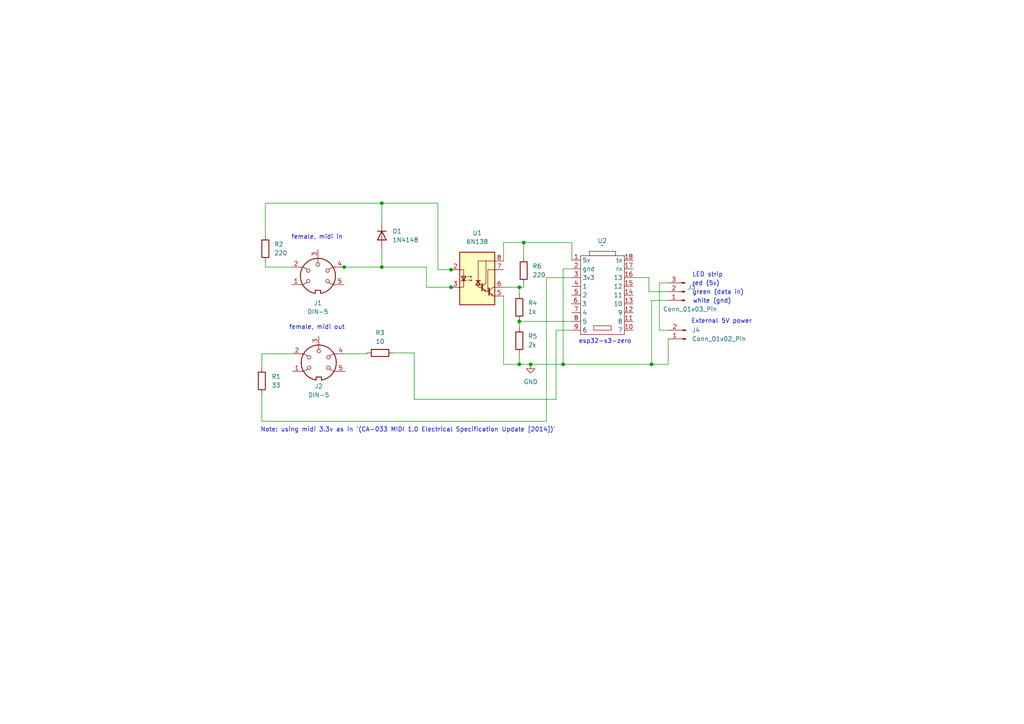
<source format=kicad_sch>
(kicad_sch
	(version 20231120)
	(generator "eeschema")
	(generator_version "8.0")
	(uuid "8a14e694-4b04-4543-8a2f-807a960a5ab9")
	(paper "A4")
	(lib_symbols
		(symbol "Connector:Conn_01x02_Pin"
			(pin_names
				(offset 1.016) hide)
			(exclude_from_sim no)
			(in_bom yes)
			(on_board yes)
			(property "Reference" "J"
				(at 0 2.54 0)
				(effects
					(font
						(size 1.27 1.27)
					)
				)
			)
			(property "Value" "Conn_01x02_Pin"
				(at 0 -5.08 0)
				(effects
					(font
						(size 1.27 1.27)
					)
				)
			)
			(property "Footprint" ""
				(at 0 0 0)
				(effects
					(font
						(size 1.27 1.27)
					)
					(hide yes)
				)
			)
			(property "Datasheet" "~"
				(at 0 0 0)
				(effects
					(font
						(size 1.27 1.27)
					)
					(hide yes)
				)
			)
			(property "Description" "Generic connector, single row, 01x02, script generated"
				(at 0 0 0)
				(effects
					(font
						(size 1.27 1.27)
					)
					(hide yes)
				)
			)
			(property "ki_locked" ""
				(at 0 0 0)
				(effects
					(font
						(size 1.27 1.27)
					)
				)
			)
			(property "ki_keywords" "connector"
				(at 0 0 0)
				(effects
					(font
						(size 1.27 1.27)
					)
					(hide yes)
				)
			)
			(property "ki_fp_filters" "Connector*:*_1x??_*"
				(at 0 0 0)
				(effects
					(font
						(size 1.27 1.27)
					)
					(hide yes)
				)
			)
			(symbol "Conn_01x02_Pin_1_1"
				(polyline
					(pts
						(xy 1.27 -2.54) (xy 0.8636 -2.54)
					)
					(stroke
						(width 0.1524)
						(type default)
					)
					(fill
						(type none)
					)
				)
				(polyline
					(pts
						(xy 1.27 0) (xy 0.8636 0)
					)
					(stroke
						(width 0.1524)
						(type default)
					)
					(fill
						(type none)
					)
				)
				(rectangle
					(start 0.8636 -2.413)
					(end 0 -2.667)
					(stroke
						(width 0.1524)
						(type default)
					)
					(fill
						(type outline)
					)
				)
				(rectangle
					(start 0.8636 0.127)
					(end 0 -0.127)
					(stroke
						(width 0.1524)
						(type default)
					)
					(fill
						(type outline)
					)
				)
				(pin passive line
					(at 5.08 0 180)
					(length 3.81)
					(name "Pin_1"
						(effects
							(font
								(size 1.27 1.27)
							)
						)
					)
					(number "1"
						(effects
							(font
								(size 1.27 1.27)
							)
						)
					)
				)
				(pin passive line
					(at 5.08 -2.54 180)
					(length 3.81)
					(name "Pin_2"
						(effects
							(font
								(size 1.27 1.27)
							)
						)
					)
					(number "2"
						(effects
							(font
								(size 1.27 1.27)
							)
						)
					)
				)
			)
		)
		(symbol "Connector:Conn_01x03_Pin"
			(pin_names
				(offset 1.016) hide)
			(exclude_from_sim no)
			(in_bom yes)
			(on_board yes)
			(property "Reference" "J"
				(at 0 5.08 0)
				(effects
					(font
						(size 1.27 1.27)
					)
				)
			)
			(property "Value" "Conn_01x03_Pin"
				(at 0 -5.08 0)
				(effects
					(font
						(size 1.27 1.27)
					)
				)
			)
			(property "Footprint" ""
				(at 0 0 0)
				(effects
					(font
						(size 1.27 1.27)
					)
					(hide yes)
				)
			)
			(property "Datasheet" "~"
				(at 0 0 0)
				(effects
					(font
						(size 1.27 1.27)
					)
					(hide yes)
				)
			)
			(property "Description" "Generic connector, single row, 01x03, script generated"
				(at 0 0 0)
				(effects
					(font
						(size 1.27 1.27)
					)
					(hide yes)
				)
			)
			(property "ki_locked" ""
				(at 0 0 0)
				(effects
					(font
						(size 1.27 1.27)
					)
				)
			)
			(property "ki_keywords" "connector"
				(at 0 0 0)
				(effects
					(font
						(size 1.27 1.27)
					)
					(hide yes)
				)
			)
			(property "ki_fp_filters" "Connector*:*_1x??_*"
				(at 0 0 0)
				(effects
					(font
						(size 1.27 1.27)
					)
					(hide yes)
				)
			)
			(symbol "Conn_01x03_Pin_1_1"
				(polyline
					(pts
						(xy 1.27 -2.54) (xy 0.8636 -2.54)
					)
					(stroke
						(width 0.1524)
						(type default)
					)
					(fill
						(type none)
					)
				)
				(polyline
					(pts
						(xy 1.27 0) (xy 0.8636 0)
					)
					(stroke
						(width 0.1524)
						(type default)
					)
					(fill
						(type none)
					)
				)
				(polyline
					(pts
						(xy 1.27 2.54) (xy 0.8636 2.54)
					)
					(stroke
						(width 0.1524)
						(type default)
					)
					(fill
						(type none)
					)
				)
				(rectangle
					(start 0.8636 -2.413)
					(end 0 -2.667)
					(stroke
						(width 0.1524)
						(type default)
					)
					(fill
						(type outline)
					)
				)
				(rectangle
					(start 0.8636 0.127)
					(end 0 -0.127)
					(stroke
						(width 0.1524)
						(type default)
					)
					(fill
						(type outline)
					)
				)
				(rectangle
					(start 0.8636 2.667)
					(end 0 2.413)
					(stroke
						(width 0.1524)
						(type default)
					)
					(fill
						(type outline)
					)
				)
				(pin passive line
					(at 5.08 2.54 180)
					(length 3.81)
					(name "Pin_1"
						(effects
							(font
								(size 1.27 1.27)
							)
						)
					)
					(number "1"
						(effects
							(font
								(size 1.27 1.27)
							)
						)
					)
				)
				(pin passive line
					(at 5.08 0 180)
					(length 3.81)
					(name "Pin_2"
						(effects
							(font
								(size 1.27 1.27)
							)
						)
					)
					(number "2"
						(effects
							(font
								(size 1.27 1.27)
							)
						)
					)
				)
				(pin passive line
					(at 5.08 -2.54 180)
					(length 3.81)
					(name "Pin_3"
						(effects
							(font
								(size 1.27 1.27)
							)
						)
					)
					(number "3"
						(effects
							(font
								(size 1.27 1.27)
							)
						)
					)
				)
			)
		)
		(symbol "Connector:DIN-5"
			(pin_names
				(offset 1.016)
			)
			(exclude_from_sim no)
			(in_bom yes)
			(on_board yes)
			(property "Reference" "J"
				(at 3.175 5.715 0)
				(effects
					(font
						(size 1.27 1.27)
					)
				)
			)
			(property "Value" "DIN-5"
				(at 0 -6.35 0)
				(effects
					(font
						(size 1.27 1.27)
					)
				)
			)
			(property "Footprint" ""
				(at 0 0 0)
				(effects
					(font
						(size 1.27 1.27)
					)
					(hide yes)
				)
			)
			(property "Datasheet" "http://www.mouser.com/ds/2/18/40_c091_abd_e-75918.pdf"
				(at 0 0 0)
				(effects
					(font
						(size 1.27 1.27)
					)
					(hide yes)
				)
			)
			(property "Description" "5-pin DIN connector"
				(at 0 0 0)
				(effects
					(font
						(size 1.27 1.27)
					)
					(hide yes)
				)
			)
			(property "ki_keywords" "circular DIN connector"
				(at 0 0 0)
				(effects
					(font
						(size 1.27 1.27)
					)
					(hide yes)
				)
			)
			(property "ki_fp_filters" "DIN*"
				(at 0 0 0)
				(effects
					(font
						(size 1.27 1.27)
					)
					(hide yes)
				)
			)
			(symbol "DIN-5_0_1"
				(arc
					(start -5.08 0)
					(mid -3.8609 -3.3364)
					(end -0.762 -5.08)
					(stroke
						(width 0.254)
						(type default)
					)
					(fill
						(type none)
					)
				)
				(circle
					(center -2.794 -1.524)
					(radius 0.508)
					(stroke
						(width 0)
						(type default)
					)
					(fill
						(type none)
					)
				)
				(circle
					(center -2.794 1.524)
					(radius 0.508)
					(stroke
						(width 0)
						(type default)
					)
					(fill
						(type none)
					)
				)
				(polyline
					(pts
						(xy 0 5.08) (xy 0 3.81)
					)
					(stroke
						(width 0)
						(type default)
					)
					(fill
						(type none)
					)
				)
				(polyline
					(pts
						(xy -5.08 -2.54) (xy -4.318 -2.54) (xy -3.175 -1.905)
					)
					(stroke
						(width 0)
						(type default)
					)
					(fill
						(type none)
					)
				)
				(polyline
					(pts
						(xy -5.08 2.54) (xy -4.318 2.54) (xy -3.175 1.905)
					)
					(stroke
						(width 0)
						(type default)
					)
					(fill
						(type none)
					)
				)
				(polyline
					(pts
						(xy 5.08 -2.54) (xy 4.318 -2.54) (xy 3.175 -1.905)
					)
					(stroke
						(width 0)
						(type default)
					)
					(fill
						(type none)
					)
				)
				(polyline
					(pts
						(xy 5.08 2.54) (xy 4.318 2.54) (xy 3.175 1.905)
					)
					(stroke
						(width 0)
						(type default)
					)
					(fill
						(type none)
					)
				)
				(polyline
					(pts
						(xy -0.762 -4.953) (xy -0.762 -4.191) (xy 0.762 -4.191) (xy 0.762 -4.953)
					)
					(stroke
						(width 0.254)
						(type default)
					)
					(fill
						(type none)
					)
				)
				(circle
					(center 0 3.302)
					(radius 0.508)
					(stroke
						(width 0)
						(type default)
					)
					(fill
						(type none)
					)
				)
				(arc
					(start 0.762 -5.08)
					(mid 3.8685 -3.343)
					(end 5.08 0)
					(stroke
						(width 0.254)
						(type default)
					)
					(fill
						(type none)
					)
				)
				(circle
					(center 2.794 -1.524)
					(radius 0.508)
					(stroke
						(width 0)
						(type default)
					)
					(fill
						(type none)
					)
				)
				(circle
					(center 2.794 1.524)
					(radius 0.508)
					(stroke
						(width 0)
						(type default)
					)
					(fill
						(type none)
					)
				)
				(arc
					(start 5.08 0)
					(mid 0 5.0579)
					(end -5.08 0)
					(stroke
						(width 0.254)
						(type default)
					)
					(fill
						(type none)
					)
				)
			)
			(symbol "DIN-5_1_1"
				(pin passive line
					(at -7.62 -2.54 0)
					(length 2.54)
					(name "~"
						(effects
							(font
								(size 1.27 1.27)
							)
						)
					)
					(number "1"
						(effects
							(font
								(size 1.27 1.27)
							)
						)
					)
				)
				(pin passive line
					(at -7.62 2.54 0)
					(length 2.54)
					(name "~"
						(effects
							(font
								(size 1.27 1.27)
							)
						)
					)
					(number "2"
						(effects
							(font
								(size 1.27 1.27)
							)
						)
					)
				)
				(pin passive line
					(at 0 7.62 270)
					(length 2.54)
					(name "~"
						(effects
							(font
								(size 1.27 1.27)
							)
						)
					)
					(number "3"
						(effects
							(font
								(size 1.27 1.27)
							)
						)
					)
				)
				(pin passive line
					(at 7.62 2.54 180)
					(length 2.54)
					(name "~"
						(effects
							(font
								(size 1.27 1.27)
							)
						)
					)
					(number "4"
						(effects
							(font
								(size 1.27 1.27)
							)
						)
					)
				)
				(pin passive line
					(at 7.62 -2.54 180)
					(length 2.54)
					(name "~"
						(effects
							(font
								(size 1.27 1.27)
							)
						)
					)
					(number "5"
						(effects
							(font
								(size 1.27 1.27)
							)
						)
					)
				)
			)
		)
		(symbol "Device:R"
			(pin_numbers hide)
			(pin_names
				(offset 0)
			)
			(exclude_from_sim no)
			(in_bom yes)
			(on_board yes)
			(property "Reference" "R"
				(at 2.032 0 90)
				(effects
					(font
						(size 1.27 1.27)
					)
				)
			)
			(property "Value" "R"
				(at 0 0 90)
				(effects
					(font
						(size 1.27 1.27)
					)
				)
			)
			(property "Footprint" ""
				(at -1.778 0 90)
				(effects
					(font
						(size 1.27 1.27)
					)
					(hide yes)
				)
			)
			(property "Datasheet" "~"
				(at 0 0 0)
				(effects
					(font
						(size 1.27 1.27)
					)
					(hide yes)
				)
			)
			(property "Description" "Resistor"
				(at 0 0 0)
				(effects
					(font
						(size 1.27 1.27)
					)
					(hide yes)
				)
			)
			(property "ki_keywords" "R res resistor"
				(at 0 0 0)
				(effects
					(font
						(size 1.27 1.27)
					)
					(hide yes)
				)
			)
			(property "ki_fp_filters" "R_*"
				(at 0 0 0)
				(effects
					(font
						(size 1.27 1.27)
					)
					(hide yes)
				)
			)
			(symbol "R_0_1"
				(rectangle
					(start -1.016 -2.54)
					(end 1.016 2.54)
					(stroke
						(width 0.254)
						(type default)
					)
					(fill
						(type none)
					)
				)
			)
			(symbol "R_1_1"
				(pin passive line
					(at 0 3.81 270)
					(length 1.27)
					(name "~"
						(effects
							(font
								(size 1.27 1.27)
							)
						)
					)
					(number "1"
						(effects
							(font
								(size 1.27 1.27)
							)
						)
					)
				)
				(pin passive line
					(at 0 -3.81 90)
					(length 1.27)
					(name "~"
						(effects
							(font
								(size 1.27 1.27)
							)
						)
					)
					(number "2"
						(effects
							(font
								(size 1.27 1.27)
							)
						)
					)
				)
			)
		)
		(symbol "Diode:1N4148"
			(pin_numbers hide)
			(pin_names hide)
			(exclude_from_sim no)
			(in_bom yes)
			(on_board yes)
			(property "Reference" "D"
				(at 0 2.54 0)
				(effects
					(font
						(size 1.27 1.27)
					)
				)
			)
			(property "Value" "1N4148"
				(at 0 -2.54 0)
				(effects
					(font
						(size 1.27 1.27)
					)
				)
			)
			(property "Footprint" "Diode_THT:D_DO-35_SOD27_P7.62mm_Horizontal"
				(at 0 0 0)
				(effects
					(font
						(size 1.27 1.27)
					)
					(hide yes)
				)
			)
			(property "Datasheet" "https://assets.nexperia.com/documents/data-sheet/1N4148_1N4448.pdf"
				(at 0 0 0)
				(effects
					(font
						(size 1.27 1.27)
					)
					(hide yes)
				)
			)
			(property "Description" "100V 0.15A standard switching diode, DO-35"
				(at 0 0 0)
				(effects
					(font
						(size 1.27 1.27)
					)
					(hide yes)
				)
			)
			(property "Sim.Device" "D"
				(at 0 0 0)
				(effects
					(font
						(size 1.27 1.27)
					)
					(hide yes)
				)
			)
			(property "Sim.Pins" "1=K 2=A"
				(at 0 0 0)
				(effects
					(font
						(size 1.27 1.27)
					)
					(hide yes)
				)
			)
			(property "ki_keywords" "diode"
				(at 0 0 0)
				(effects
					(font
						(size 1.27 1.27)
					)
					(hide yes)
				)
			)
			(property "ki_fp_filters" "D*DO?35*"
				(at 0 0 0)
				(effects
					(font
						(size 1.27 1.27)
					)
					(hide yes)
				)
			)
			(symbol "1N4148_0_1"
				(polyline
					(pts
						(xy -1.27 1.27) (xy -1.27 -1.27)
					)
					(stroke
						(width 0.254)
						(type default)
					)
					(fill
						(type none)
					)
				)
				(polyline
					(pts
						(xy 1.27 0) (xy -1.27 0)
					)
					(stroke
						(width 0)
						(type default)
					)
					(fill
						(type none)
					)
				)
				(polyline
					(pts
						(xy 1.27 1.27) (xy 1.27 -1.27) (xy -1.27 0) (xy 1.27 1.27)
					)
					(stroke
						(width 0.254)
						(type default)
					)
					(fill
						(type none)
					)
				)
			)
			(symbol "1N4148_1_1"
				(pin passive line
					(at -3.81 0 0)
					(length 2.54)
					(name "K"
						(effects
							(font
								(size 1.27 1.27)
							)
						)
					)
					(number "1"
						(effects
							(font
								(size 1.27 1.27)
							)
						)
					)
				)
				(pin passive line
					(at 3.81 0 180)
					(length 2.54)
					(name "A"
						(effects
							(font
								(size 1.27 1.27)
							)
						)
					)
					(number "2"
						(effects
							(font
								(size 1.27 1.27)
							)
						)
					)
				)
			)
		)
		(symbol "Isolator:6N138"
			(pin_names
				(offset 1.016) hide)
			(exclude_from_sim no)
			(in_bom yes)
			(on_board yes)
			(property "Reference" "U"
				(at -4.064 8.89 0)
				(effects
					(font
						(size 1.27 1.27)
					)
				)
			)
			(property "Value" "6N138"
				(at 2.286 8.89 0)
				(effects
					(font
						(size 1.27 1.27)
					)
				)
			)
			(property "Footprint" ""
				(at 7.366 -7.62 0)
				(effects
					(font
						(size 1.27 1.27)
					)
					(hide yes)
				)
			)
			(property "Datasheet" "http://www.onsemi.com/pub/Collateral/HCPL2731-D.pdf"
				(at 7.366 -7.62 0)
				(effects
					(font
						(size 1.27 1.27)
					)
					(hide yes)
				)
			)
			(property "Description" "Low Input Current high Gain Split Darlington Optocouplers, -0.5V to 7V VDD, DIP-8"
				(at 0 0 0)
				(effects
					(font
						(size 1.27 1.27)
					)
					(hide yes)
				)
			)
			(property "ki_keywords" "darlington optocoupler"
				(at 0 0 0)
				(effects
					(font
						(size 1.27 1.27)
					)
					(hide yes)
				)
			)
			(property "ki_fp_filters" "DIP*W7.62mm* SMDIP*W9.53mm*"
				(at 0 0 0)
				(effects
					(font
						(size 1.27 1.27)
					)
					(hide yes)
				)
			)
			(symbol "6N138_0_1"
				(rectangle
					(start -5.08 7.62)
					(end 5.08 -7.62)
					(stroke
						(width 0.254)
						(type default)
					)
					(fill
						(type background)
					)
				)
				(polyline
					(pts
						(xy -4.572 -0.635) (xy -3.302 -0.635)
					)
					(stroke
						(width 0.254)
						(type default)
					)
					(fill
						(type none)
					)
				)
				(polyline
					(pts
						(xy 0.889 -0.635) (xy -0.381 -0.635)
					)
					(stroke
						(width 0.254)
						(type default)
					)
					(fill
						(type none)
					)
				)
				(polyline
					(pts
						(xy 1.397 -2.667) (xy 2.54 -3.81)
					)
					(stroke
						(width 0)
						(type default)
					)
					(fill
						(type none)
					)
				)
				(polyline
					(pts
						(xy 1.397 -2.413) (xy 2.54 -1.27)
					)
					(stroke
						(width 0)
						(type default)
					)
					(fill
						(type none)
					)
				)
				(polyline
					(pts
						(xy 2.54 -3.81) (xy 3.175 -3.81)
					)
					(stroke
						(width 0)
						(type default)
					)
					(fill
						(type none)
					)
				)
				(polyline
					(pts
						(xy 3.429 -3.937) (xy 4.572 -5.08)
					)
					(stroke
						(width 0)
						(type default)
					)
					(fill
						(type none)
					)
				)
				(polyline
					(pts
						(xy 3.429 -3.683) (xy 4.572 -2.54)
					)
					(stroke
						(width 0)
						(type default)
					)
					(fill
						(type none)
					)
				)
				(polyline
					(pts
						(xy 4.572 -5.08) (xy 5.08 -5.08)
					)
					(stroke
						(width 0)
						(type default)
					)
					(fill
						(type none)
					)
				)
				(polyline
					(pts
						(xy 4.572 -2.54) (xy 5.08 -2.54)
					)
					(stroke
						(width 0)
						(type default)
					)
					(fill
						(type none)
					)
				)
				(polyline
					(pts
						(xy 1.397 -1.524) (xy 1.397 -3.556) (xy 1.397 -3.556)
					)
					(stroke
						(width 0.3556)
						(type default)
					)
					(fill
						(type none)
					)
				)
				(polyline
					(pts
						(xy 2.54 -1.27) (xy 2.54 5.08) (xy 5.08 5.08)
					)
					(stroke
						(width 0)
						(type default)
					)
					(fill
						(type none)
					)
				)
				(polyline
					(pts
						(xy 3.429 -2.794) (xy 3.429 -4.826) (xy 3.429 -4.826)
					)
					(stroke
						(width 0.3556)
						(type default)
					)
					(fill
						(type none)
					)
				)
				(polyline
					(pts
						(xy 5.08 2.54) (xy 3.048 2.54) (xy 3.048 -3.81)
					)
					(stroke
						(width 0)
						(type default)
					)
					(fill
						(type none)
					)
				)
				(polyline
					(pts
						(xy -5.08 -2.54) (xy -3.937 -2.54) (xy -3.937 2.54) (xy -5.08 2.54)
					)
					(stroke
						(width 0)
						(type default)
					)
					(fill
						(type none)
					)
				)
				(polyline
					(pts
						(xy -3.937 -0.635) (xy -4.572 0.635) (xy -3.302 0.635) (xy -3.937 -0.635)
					)
					(stroke
						(width 0.254)
						(type default)
					)
					(fill
						(type none)
					)
				)
				(polyline
					(pts
						(xy 0.254 -0.635) (xy 0.889 -1.905) (xy -0.381 -1.905) (xy 0.254 -0.635)
					)
					(stroke
						(width 0.254)
						(type default)
					)
					(fill
						(type none)
					)
				)
				(polyline
					(pts
						(xy 1.27 -2.54) (xy 0.254 -2.54) (xy 0.254 5.08) (xy 2.54 5.08)
					)
					(stroke
						(width 0)
						(type default)
					)
					(fill
						(type none)
					)
				)
				(polyline
					(pts
						(xy 2.413 -3.683) (xy 2.159 -3.175) (xy 1.905 -3.429) (xy 2.413 -3.683)
					)
					(stroke
						(width 0)
						(type default)
					)
					(fill
						(type none)
					)
				)
				(polyline
					(pts
						(xy 4.445 -4.953) (xy 4.191 -4.445) (xy 3.937 -4.699) (xy 4.445 -4.953)
					)
					(stroke
						(width 0)
						(type default)
					)
					(fill
						(type none)
					)
				)
				(polyline
					(pts
						(xy -2.794 -0.508) (xy -1.524 -0.508) (xy -1.905 -0.635) (xy -1.905 -0.381) (xy -1.524 -0.508)
					)
					(stroke
						(width 0)
						(type default)
					)
					(fill
						(type none)
					)
				)
				(polyline
					(pts
						(xy -2.794 0.508) (xy -1.524 0.508) (xy -1.905 0.381) (xy -1.905 0.635) (xy -1.524 0.508)
					)
					(stroke
						(width 0)
						(type default)
					)
					(fill
						(type none)
					)
				)
			)
			(symbol "6N138_1_1"
				(pin no_connect line
					(at -5.08 5.08 0)
					(length 2.54) hide
					(name "NC"
						(effects
							(font
								(size 1.27 1.27)
							)
						)
					)
					(number "1"
						(effects
							(font
								(size 1.27 1.27)
							)
						)
					)
				)
				(pin passive line
					(at -7.62 2.54 0)
					(length 2.54)
					(name "C1"
						(effects
							(font
								(size 1.27 1.27)
							)
						)
					)
					(number "2"
						(effects
							(font
								(size 1.27 1.27)
							)
						)
					)
				)
				(pin passive line
					(at -7.62 -2.54 0)
					(length 2.54)
					(name "C2"
						(effects
							(font
								(size 1.27 1.27)
							)
						)
					)
					(number "3"
						(effects
							(font
								(size 1.27 1.27)
							)
						)
					)
				)
				(pin no_connect line
					(at -5.08 -5.08 0)
					(length 2.54) hide
					(name "NC"
						(effects
							(font
								(size 1.27 1.27)
							)
						)
					)
					(number "4"
						(effects
							(font
								(size 1.27 1.27)
							)
						)
					)
				)
				(pin passive line
					(at 7.62 -5.08 180)
					(length 2.54)
					(name "GND"
						(effects
							(font
								(size 1.27 1.27)
							)
						)
					)
					(number "5"
						(effects
							(font
								(size 1.27 1.27)
							)
						)
					)
				)
				(pin passive line
					(at 7.62 -2.54 180)
					(length 2.54)
					(name "VO2"
						(effects
							(font
								(size 1.27 1.27)
							)
						)
					)
					(number "6"
						(effects
							(font
								(size 1.27 1.27)
							)
						)
					)
				)
				(pin passive line
					(at 7.62 2.54 180)
					(length 2.54)
					(name "VO1"
						(effects
							(font
								(size 1.27 1.27)
							)
						)
					)
					(number "7"
						(effects
							(font
								(size 1.27 1.27)
							)
						)
					)
				)
				(pin passive line
					(at 7.62 5.08 180)
					(length 2.54)
					(name "VCC"
						(effects
							(font
								(size 1.27 1.27)
							)
						)
					)
					(number "8"
						(effects
							(font
								(size 1.27 1.27)
							)
						)
					)
				)
			)
		)
		(symbol "power:GND"
			(power)
			(pin_numbers hide)
			(pin_names
				(offset 0) hide)
			(exclude_from_sim no)
			(in_bom yes)
			(on_board yes)
			(property "Reference" "#PWR"
				(at 0 -6.35 0)
				(effects
					(font
						(size 1.27 1.27)
					)
					(hide yes)
				)
			)
			(property "Value" "GND"
				(at 0 -3.81 0)
				(effects
					(font
						(size 1.27 1.27)
					)
				)
			)
			(property "Footprint" ""
				(at 0 0 0)
				(effects
					(font
						(size 1.27 1.27)
					)
					(hide yes)
				)
			)
			(property "Datasheet" ""
				(at 0 0 0)
				(effects
					(font
						(size 1.27 1.27)
					)
					(hide yes)
				)
			)
			(property "Description" "Power symbol creates a global label with name \"GND\" , ground"
				(at 0 0 0)
				(effects
					(font
						(size 1.27 1.27)
					)
					(hide yes)
				)
			)
			(property "ki_keywords" "global power"
				(at 0 0 0)
				(effects
					(font
						(size 1.27 1.27)
					)
					(hide yes)
				)
			)
			(symbol "GND_0_1"
				(polyline
					(pts
						(xy 0 0) (xy 0 -1.27) (xy 1.27 -1.27) (xy 0 -2.54) (xy -1.27 -1.27) (xy 0 -1.27)
					)
					(stroke
						(width 0)
						(type default)
					)
					(fill
						(type none)
					)
				)
			)
			(symbol "GND_1_1"
				(pin power_in line
					(at 0 0 270)
					(length 0)
					(name "~"
						(effects
							(font
								(size 1.27 1.27)
							)
						)
					)
					(number "1"
						(effects
							(font
								(size 1.27 1.27)
							)
						)
					)
				)
			)
		)
		(symbol "robo:esp32-s3-zero"
			(exclude_from_sim no)
			(in_bom yes)
			(on_board yes)
			(property "Reference" "U"
				(at 0 0 0)
				(effects
					(font
						(size 1.27 1.27)
					)
				)
			)
			(property "Value" ""
				(at 0 0 0)
				(effects
					(font
						(size 1.27 1.27)
					)
				)
			)
			(property "Footprint" ""
				(at 0 0 0)
				(effects
					(font
						(size 1.27 1.27)
					)
					(hide yes)
				)
			)
			(property "Datasheet" ""
				(at 0 0 0)
				(effects
					(font
						(size 1.27 1.27)
					)
					(hide yes)
				)
			)
			(property "Description" ""
				(at 0 0 0)
				(effects
					(font
						(size 1.27 1.27)
					)
					(hide yes)
				)
			)
			(symbol "esp32-s3-zero_0_1"
				(rectangle
					(start -6.35 10.16)
					(end 6.35 -12.7)
					(stroke
						(width 0)
						(type default)
					)
					(fill
						(type none)
					)
				)
				(rectangle
					(start -3.81 11.43)
					(end 3.81 10.16)
					(stroke
						(width 0)
						(type default)
					)
					(fill
						(type none)
					)
				)
				(rectangle
					(start 2.54 -11.43)
					(end -2.54 -10.16)
					(stroke
						(width 0)
						(type default)
					)
					(fill
						(type none)
					)
				)
			)
			(symbol "esp32-s3-zero_1_1"
				(pin power_out line
					(at -8.89 8.89 0)
					(length 2.54)
					(name "5v"
						(effects
							(font
								(size 1.27 1.27)
							)
						)
					)
					(number "1"
						(effects
							(font
								(size 1.27 1.27)
							)
						)
					)
				)
				(pin bidirectional line
					(at 8.89 -11.43 180)
					(length 2.54)
					(name "7"
						(effects
							(font
								(size 1.27 1.27)
							)
						)
					)
					(number "10"
						(effects
							(font
								(size 1.27 1.27)
							)
						)
					)
				)
				(pin bidirectional line
					(at 8.89 -8.89 180)
					(length 2.54)
					(name "8"
						(effects
							(font
								(size 1.27 1.27)
							)
						)
					)
					(number "11"
						(effects
							(font
								(size 1.27 1.27)
							)
						)
					)
				)
				(pin bidirectional line
					(at 8.89 -6.35 180)
					(length 2.54)
					(name "9"
						(effects
							(font
								(size 1.27 1.27)
							)
						)
					)
					(number "12"
						(effects
							(font
								(size 1.27 1.27)
							)
						)
					)
				)
				(pin bidirectional line
					(at 8.89 -3.81 180)
					(length 2.54)
					(name "10"
						(effects
							(font
								(size 1.27 1.27)
							)
						)
					)
					(number "13"
						(effects
							(font
								(size 1.27 1.27)
							)
						)
					)
				)
				(pin bidirectional line
					(at 8.89 -1.27 180)
					(length 2.54)
					(name "11"
						(effects
							(font
								(size 1.27 1.27)
							)
						)
					)
					(number "14"
						(effects
							(font
								(size 1.27 1.27)
							)
						)
					)
				)
				(pin bidirectional line
					(at 8.89 1.27 180)
					(length 2.54)
					(name "12"
						(effects
							(font
								(size 1.27 1.27)
							)
						)
					)
					(number "15"
						(effects
							(font
								(size 1.27 1.27)
							)
						)
					)
				)
				(pin bidirectional line
					(at 8.89 3.81 180)
					(length 2.54)
					(name "13"
						(effects
							(font
								(size 1.27 1.27)
							)
						)
					)
					(number "16"
						(effects
							(font
								(size 1.27 1.27)
							)
						)
					)
				)
				(pin bidirectional line
					(at 8.89 6.35 180)
					(length 2.54)
					(name "rx"
						(effects
							(font
								(size 1.27 1.27)
							)
						)
					)
					(number "17"
						(effects
							(font
								(size 1.27 1.27)
							)
						)
					)
				)
				(pin output line
					(at 8.89 8.89 180)
					(length 2.54)
					(name "tx"
						(effects
							(font
								(size 1.27 1.27)
							)
						)
					)
					(number "18"
						(effects
							(font
								(size 1.27 1.27)
							)
						)
					)
				)
				(pin power_out line
					(at -8.89 6.35 0)
					(length 2.54)
					(name "gnd"
						(effects
							(font
								(size 1.27 1.27)
							)
						)
					)
					(number "2"
						(effects
							(font
								(size 1.27 1.27)
							)
						)
					)
				)
				(pin power_out line
					(at -8.89 3.81 0)
					(length 2.54)
					(name "3v3"
						(effects
							(font
								(size 1.27 1.27)
							)
						)
					)
					(number "3"
						(effects
							(font
								(size 1.27 1.27)
							)
						)
					)
				)
				(pin bidirectional line
					(at -8.89 1.27 0)
					(length 2.54)
					(name "1"
						(effects
							(font
								(size 1.27 1.27)
							)
						)
					)
					(number "4"
						(effects
							(font
								(size 1.27 1.27)
							)
						)
					)
				)
				(pin bidirectional line
					(at -8.89 -1.27 0)
					(length 2.54)
					(name "2"
						(effects
							(font
								(size 1.27 1.27)
							)
						)
					)
					(number "5"
						(effects
							(font
								(size 1.27 1.27)
							)
						)
					)
				)
				(pin bidirectional line
					(at -9.0359 -3.7856 0)
					(length 2.54)
					(name "3"
						(effects
							(font
								(size 1.27 1.27)
							)
						)
					)
					(number "6"
						(effects
							(font
								(size 1.27 1.27)
							)
						)
					)
				)
				(pin bidirectional line
					(at -8.89 -6.35 0)
					(length 2.54)
					(name "4"
						(effects
							(font
								(size 1.27 1.27)
							)
						)
					)
					(number "7"
						(effects
							(font
								(size 1.27 1.27)
							)
						)
					)
				)
				(pin bidirectional line
					(at -8.89 -8.89 0)
					(length 2.54)
					(name "5"
						(effects
							(font
								(size 1.27 1.27)
							)
						)
					)
					(number "8"
						(effects
							(font
								(size 1.27 1.27)
							)
						)
					)
				)
				(pin bidirectional line
					(at -8.89 -11.43 0)
					(length 2.54)
					(name "6"
						(effects
							(font
								(size 1.27 1.27)
							)
						)
					)
					(number "9"
						(effects
							(font
								(size 1.27 1.27)
							)
						)
					)
				)
			)
		)
	)
	(junction
		(at 150.622 105.664)
		(diameter 0)
		(color 0 0 0 0)
		(uuid "47427019-0069-4ba3-b9cb-838ede5125ea")
	)
	(junction
		(at 110.744 77.47)
		(diameter 0)
		(color 0 0 0 0)
		(uuid "4c2c9c68-b7d9-4103-9f4b-be6b6cf2f6e2")
	)
	(junction
		(at 99.822 77.47)
		(diameter 0)
		(color 0 0 0 0)
		(uuid "5dd02801-648a-4a96-a36a-abaf247d41f8")
	)
	(junction
		(at 150.622 83.312)
		(diameter 0)
		(color 0 0 0 0)
		(uuid "8b808cc0-8c98-47d5-b105-b7faab04c1b4")
	)
	(junction
		(at 110.744 58.928)
		(diameter 0)
		(color 0 0 0 0)
		(uuid "ad6d463c-9bf1-4af7-bbb1-51a7c78df07e")
	)
	(junction
		(at 153.924 105.664)
		(diameter 0)
		(color 0 0 0 0)
		(uuid "afc7380f-6852-4fd0-877b-5f5b640738da")
	)
	(junction
		(at 150.622 93.218)
		(diameter 0)
		(color 0 0 0 0)
		(uuid "b2f26b2b-4f78-4a3c-9bb7-5b982a6d5e56")
	)
	(junction
		(at 130.81 78.232)
		(diameter 0)
		(color 0 0 0 0)
		(uuid "b6b7b794-377c-4852-9c28-454658dd7bfe")
	)
	(junction
		(at 130.81 83.312)
		(diameter 0)
		(color 0 0 0 0)
		(uuid "c7a14b9c-735c-4c42-8a5a-dd56a8a3f61c")
	)
	(junction
		(at 188.976 105.664)
		(diameter 0)
		(color 0 0 0 0)
		(uuid "d397bd66-3273-40db-83b4-bc27a77b4ee3")
	)
	(junction
		(at 163.322 105.664)
		(diameter 0)
		(color 0 0 0 0)
		(uuid "d55f4b16-63f6-4bc2-abe7-5208428f0d7c")
	)
	(junction
		(at 151.892 70.358)
		(diameter 0)
		(color 0 0 0 0)
		(uuid "f9f0df99-f9a7-4b06-8a5b-48029dbcfbf8")
	)
	(wire
		(pts
			(xy 165.862 77.978) (xy 163.322 77.978)
		)
		(stroke
			(width 0)
			(type default)
		)
		(uuid "013b07ca-ee23-42e5-b753-558fbaf89fba")
	)
	(wire
		(pts
			(xy 150.622 83.312) (xy 150.622 85.344)
		)
		(stroke
			(width 0)
			(type default)
		)
		(uuid "02ffa097-77ae-4aca-a783-a6e1dd6c5257")
	)
	(wire
		(pts
			(xy 188.214 80.518) (xy 188.214 84.582)
		)
		(stroke
			(width 0)
			(type default)
		)
		(uuid "09f4f31f-4440-4818-b271-748aa0ea1de7")
	)
	(wire
		(pts
			(xy 188.976 105.664) (xy 163.322 105.664)
		)
		(stroke
			(width 0)
			(type default)
		)
		(uuid "0c4efc3b-ad73-4eca-8b95-d1fd1e13d1ae")
	)
	(wire
		(pts
			(xy 188.214 84.582) (xy 193.548 84.582)
		)
		(stroke
			(width 0)
			(type default)
		)
		(uuid "0f243f33-c26f-4d46-a70b-aba4c9a3f083")
	)
	(wire
		(pts
			(xy 75.946 122.174) (xy 158.496 122.174)
		)
		(stroke
			(width 0)
			(type default)
		)
		(uuid "15a6f7e6-f37f-4022-8bb7-150dd835e67d")
	)
	(wire
		(pts
			(xy 161.29 115.824) (xy 161.29 95.758)
		)
		(stroke
			(width 0)
			(type default)
		)
		(uuid "16164b3b-44e0-4caa-8fc7-530c3a1f7894")
	)
	(wire
		(pts
			(xy 150.622 105.664) (xy 153.924 105.664)
		)
		(stroke
			(width 0)
			(type default)
		)
		(uuid "27b0326b-c4ac-4d7f-9944-c55efa5a9f1f")
	)
	(wire
		(pts
			(xy 75.946 122.174) (xy 75.946 114.3)
		)
		(stroke
			(width 0)
			(type default)
		)
		(uuid "286a7db3-b9cd-4ad1-ba5e-0482b533097e")
	)
	(wire
		(pts
			(xy 146.05 85.852) (xy 146.05 105.664)
		)
		(stroke
			(width 0)
			(type default)
		)
		(uuid "2deef7e3-1abf-493f-8b29-3b31be23caf1")
	)
	(wire
		(pts
			(xy 193.802 98.298) (xy 193.802 105.664)
		)
		(stroke
			(width 0)
			(type default)
		)
		(uuid "31abc41c-01fb-4e6e-8614-f8a691f7ce00")
	)
	(wire
		(pts
			(xy 120.142 102.362) (xy 114.046 102.362)
		)
		(stroke
			(width 0)
			(type default)
		)
		(uuid "4054bf64-ca1e-407c-bdd7-1e081deb4c86")
	)
	(wire
		(pts
			(xy 123.698 83.312) (xy 130.81 83.312)
		)
		(stroke
			(width 0)
			(type default)
		)
		(uuid "44d19664-2668-4dd3-bd85-60b913951284")
	)
	(wire
		(pts
			(xy 131.064 78.232) (xy 130.81 78.232)
		)
		(stroke
			(width 0)
			(type default)
		)
		(uuid "45d58fa5-007c-442f-805a-8bd39e4c034c")
	)
	(wire
		(pts
			(xy 84.582 77.47) (xy 76.962 77.47)
		)
		(stroke
			(width 0)
			(type default)
		)
		(uuid "47fbbf69-fc1e-4946-a6ad-9f02e020e653")
	)
	(wire
		(pts
			(xy 110.744 77.47) (xy 123.698 77.47)
		)
		(stroke
			(width 0)
			(type default)
		)
		(uuid "49b0ab96-2e11-4aec-a907-2c8541bd5b0b")
	)
	(wire
		(pts
			(xy 127 78.232) (xy 127 58.928)
		)
		(stroke
			(width 0)
			(type default)
		)
		(uuid "49f32200-dcd7-4e1e-957f-3b660986158e")
	)
	(wire
		(pts
			(xy 150.622 93.218) (xy 150.622 94.996)
		)
		(stroke
			(width 0)
			(type default)
		)
		(uuid "4af01e0f-e34a-484d-8854-f8ceabed0c87")
	)
	(wire
		(pts
			(xy 75.946 102.616) (xy 75.946 106.68)
		)
		(stroke
			(width 0)
			(type default)
		)
		(uuid "517caaf2-8266-461d-8e5b-9d1b8b7cf653")
	)
	(wire
		(pts
			(xy 165.862 93.218) (xy 150.622 93.218)
		)
		(stroke
			(width 0)
			(type default)
		)
		(uuid "5b92dcd8-f952-4442-a646-a4bd6246debe")
	)
	(wire
		(pts
			(xy 110.744 58.928) (xy 127 58.928)
		)
		(stroke
			(width 0)
			(type default)
		)
		(uuid "5f29bde4-ca83-45e1-80de-c9f129d0f606")
	)
	(wire
		(pts
			(xy 161.29 115.824) (xy 120.142 115.824)
		)
		(stroke
			(width 0)
			(type default)
		)
		(uuid "609e5ef8-e382-4e8c-8369-14d7d6331a3d")
	)
	(wire
		(pts
			(xy 100.076 102.616) (xy 106.426 102.616)
		)
		(stroke
			(width 0)
			(type default)
		)
		(uuid "6f5103c7-a9a4-4788-ae6f-bfc932d806d6")
	)
	(wire
		(pts
			(xy 123.698 77.47) (xy 123.698 83.312)
		)
		(stroke
			(width 0)
			(type default)
		)
		(uuid "6f9a5c05-737a-4644-96a1-fc4749fb0bf1")
	)
	(wire
		(pts
			(xy 163.322 77.978) (xy 163.322 105.664)
		)
		(stroke
			(width 0)
			(type default)
		)
		(uuid "798fe13c-6b21-45f7-a2d6-4c1e8a9943ea")
	)
	(wire
		(pts
			(xy 183.642 80.518) (xy 188.214 80.518)
		)
		(stroke
			(width 0)
			(type default)
		)
		(uuid "7a428eb1-9cdd-4e9b-9696-eda2d7b60a3d")
	)
	(wire
		(pts
			(xy 165.862 75.438) (xy 165.862 70.358)
		)
		(stroke
			(width 0)
			(type default)
		)
		(uuid "7ae2ffa2-eade-4184-9ef0-c081f9e464fa")
	)
	(wire
		(pts
			(xy 161.29 95.758) (xy 165.862 95.758)
		)
		(stroke
			(width 0)
			(type default)
		)
		(uuid "7ff767e4-e123-40be-a41e-882cb8ba5471")
	)
	(wire
		(pts
			(xy 146.05 105.664) (xy 150.622 105.664)
		)
		(stroke
			(width 0)
			(type default)
		)
		(uuid "80d7e8b9-7b7d-43cd-bed5-4052106256eb")
	)
	(wire
		(pts
			(xy 99.568 77.47) (xy 99.822 77.47)
		)
		(stroke
			(width 0)
			(type default)
		)
		(uuid "83cbb72e-296d-4ca4-ae86-bc867f81dbcc")
	)
	(wire
		(pts
			(xy 191.262 82.042) (xy 191.262 95.758)
		)
		(stroke
			(width 0)
			(type default)
		)
		(uuid "876407fc-312d-4ee6-8e3e-f14edea3241e")
	)
	(wire
		(pts
			(xy 76.962 58.928) (xy 110.744 58.928)
		)
		(stroke
			(width 0)
			(type default)
		)
		(uuid "8bcabc17-361f-4454-a7db-b60157e4fd2a")
	)
	(wire
		(pts
			(xy 165.862 70.358) (xy 151.892 70.358)
		)
		(stroke
			(width 0)
			(type default)
		)
		(uuid "8c8466e7-8fe5-4149-b56c-77a3cf353542")
	)
	(wire
		(pts
			(xy 163.322 105.664) (xy 153.924 105.664)
		)
		(stroke
			(width 0)
			(type default)
		)
		(uuid "8d5f13c3-29e5-40c0-87f7-592f8f847508")
	)
	(wire
		(pts
			(xy 193.548 82.042) (xy 191.262 82.042)
		)
		(stroke
			(width 0)
			(type default)
		)
		(uuid "8fd8b765-c905-4b60-b2b7-31a619fa0123")
	)
	(wire
		(pts
			(xy 84.836 102.616) (xy 75.946 102.616)
		)
		(stroke
			(width 0)
			(type default)
		)
		(uuid "999c98f8-ad71-4672-8d7c-f93ef344be80")
	)
	(wire
		(pts
			(xy 106.426 102.616) (xy 106.426 102.362)
		)
		(stroke
			(width 0)
			(type default)
		)
		(uuid "9fde0e28-b84a-4caa-8b42-f4a12bc0442c")
	)
	(wire
		(pts
			(xy 158.496 122.174) (xy 158.496 80.518)
		)
		(stroke
			(width 0)
			(type default)
		)
		(uuid "a3806fd9-8e68-46e9-ac86-00ba311fe7bd")
	)
	(wire
		(pts
			(xy 193.802 105.664) (xy 188.976 105.664)
		)
		(stroke
			(width 0)
			(type default)
		)
		(uuid "a4b48026-5a3d-4a84-9fb8-1256788f6528")
	)
	(wire
		(pts
			(xy 76.962 77.47) (xy 76.962 75.946)
		)
		(stroke
			(width 0)
			(type default)
		)
		(uuid "b6e294b4-9439-42f4-b2c6-7a8f191826d1")
	)
	(wire
		(pts
			(xy 120.142 115.824) (xy 120.142 102.362)
		)
		(stroke
			(width 0)
			(type default)
		)
		(uuid "b9836b27-306d-4c79-9878-794af27d4cf9")
	)
	(wire
		(pts
			(xy 150.622 92.964) (xy 150.622 93.218)
		)
		(stroke
			(width 0)
			(type default)
		)
		(uuid "ba9876d1-2e68-4274-b4f2-1e21f16c6ac7")
	)
	(wire
		(pts
			(xy 193.548 87.122) (xy 188.976 87.122)
		)
		(stroke
			(width 0)
			(type default)
		)
		(uuid "bb404bda-f893-4158-bb38-5fb172f03b45")
	)
	(wire
		(pts
			(xy 146.05 70.358) (xy 146.05 75.692)
		)
		(stroke
			(width 0)
			(type default)
		)
		(uuid "c3801f62-e60b-481e-b9e1-da5f3e18e9ed")
	)
	(wire
		(pts
			(xy 130.81 83.312) (xy 131.064 83.312)
		)
		(stroke
			(width 0)
			(type default)
		)
		(uuid "c4b408ed-4114-4504-ac3f-f8a69f47b978")
	)
	(wire
		(pts
			(xy 76.962 68.326) (xy 76.962 58.928)
		)
		(stroke
			(width 0)
			(type default)
		)
		(uuid "cbcbb1b4-7f8f-4a3d-80d3-45187b0f8d2d")
	)
	(wire
		(pts
			(xy 151.892 70.358) (xy 151.892 74.676)
		)
		(stroke
			(width 0)
			(type default)
		)
		(uuid "cd4b5cc0-a6c3-4e13-8eba-6d60ad8da9d1")
	)
	(wire
		(pts
			(xy 151.892 82.296) (xy 151.892 83.312)
		)
		(stroke
			(width 0)
			(type default)
		)
		(uuid "ce4f7340-926e-44dd-9cc7-f62f0884f80d")
	)
	(wire
		(pts
			(xy 110.744 58.928) (xy 110.744 64.516)
		)
		(stroke
			(width 0)
			(type default)
		)
		(uuid "d71b6a65-ba10-4fc5-94b4-33d4880de5e0")
	)
	(wire
		(pts
			(xy 150.622 83.312) (xy 146.05 83.312)
		)
		(stroke
			(width 0)
			(type default)
		)
		(uuid "d977116c-1eb1-46a3-8ea3-98c79deae12d")
	)
	(wire
		(pts
			(xy 188.976 87.122) (xy 188.976 105.664)
		)
		(stroke
			(width 0)
			(type default)
		)
		(uuid "dfc6976f-8f01-4471-8ceb-7dbf1820685e")
	)
	(wire
		(pts
			(xy 99.822 77.47) (xy 110.744 77.47)
		)
		(stroke
			(width 0)
			(type default)
		)
		(uuid "e0fdea30-178c-44ef-a7ab-d1257914c338")
	)
	(wire
		(pts
			(xy 191.262 95.758) (xy 193.802 95.758)
		)
		(stroke
			(width 0)
			(type default)
		)
		(uuid "e8f71faf-0eea-48b6-bbad-caa5b9ec31f8")
	)
	(wire
		(pts
			(xy 110.744 72.136) (xy 110.744 77.47)
		)
		(stroke
			(width 0)
			(type default)
		)
		(uuid "eadaed87-24dc-4642-b0be-49cedf306d39")
	)
	(wire
		(pts
			(xy 158.496 80.518) (xy 165.862 80.518)
		)
		(stroke
			(width 0)
			(type default)
		)
		(uuid "f0b88e54-1efc-4a29-b83f-2532dea1ecb8")
	)
	(wire
		(pts
			(xy 151.892 70.358) (xy 146.05 70.358)
		)
		(stroke
			(width 0)
			(type default)
		)
		(uuid "f278a2df-3355-49a5-b7f6-4e80d5cb5561")
	)
	(wire
		(pts
			(xy 150.622 102.616) (xy 150.622 105.664)
		)
		(stroke
			(width 0)
			(type default)
		)
		(uuid "f6727b80-01b1-4a2e-b612-61507a38bbe9")
	)
	(wire
		(pts
			(xy 130.81 78.232) (xy 127 78.232)
		)
		(stroke
			(width 0)
			(type default)
		)
		(uuid "fd4da6e5-8e01-445c-a79f-75af41c9a95d")
	)
	(wire
		(pts
			(xy 151.892 83.312) (xy 150.622 83.312)
		)
		(stroke
			(width 0)
			(type default)
		)
		(uuid "ffcad9c3-8eee-4881-9c75-ed2397f520f2")
	)
	(text "red (5v)"
		(exclude_from_sim no)
		(at 204.724 82.296 0)
		(effects
			(font
				(size 1.27 1.27)
			)
		)
		(uuid "03f1e8d5-c48c-4e3b-b2d4-c1c352316652")
	)
	(text "Note: using midi 3.3v as in '(CA-033 MIDI 1.0 Electrical Specification Update [2014])'"
		(exclude_from_sim no)
		(at 118.364 124.714 0)
		(effects
			(font
				(size 1.27 1.27)
			)
		)
		(uuid "3cc2a039-b6c4-4fbe-bad5-b90f7f7b50a1")
	)
	(text "esp32-s3-zero"
		(exclude_from_sim no)
		(at 175.514 99.06 0)
		(effects
			(font
				(size 1.27 1.27)
			)
		)
		(uuid "421dcb63-fa35-4899-94bf-ea4dad521855")
	)
	(text "female, midi in"
		(exclude_from_sim no)
		(at 91.948 68.834 0)
		(effects
			(font
				(size 1.27 1.27)
			)
		)
		(uuid "59e33b14-dd49-4908-95d8-f445a53cdbe9")
	)
	(text "green (data in)"
		(exclude_from_sim no)
		(at 208.28 84.836 0)
		(effects
			(font
				(size 1.27 1.27)
			)
		)
		(uuid "5dc3f564-245a-4454-8262-3f67d87d9d9c")
	)
	(text "white (gnd)"
		(exclude_from_sim no)
		(at 206.502 87.376 0)
		(effects
			(font
				(size 1.27 1.27)
			)
		)
		(uuid "8c91feb7-ea92-433c-a4d5-e4151477b6f6")
	)
	(text "female, midi out"
		(exclude_from_sim no)
		(at 91.948 94.996 0)
		(effects
			(font
				(size 1.27 1.27)
			)
		)
		(uuid "a6613350-c6e5-4b67-ad70-db2a60a49159")
	)
	(text "LED strip"
		(exclude_from_sim no)
		(at 205.232 79.756 0)
		(effects
			(font
				(size 1.27 1.27)
			)
		)
		(uuid "ba625af3-d629-41ae-9252-a834e0537ca9")
	)
	(text "External 5V power"
		(exclude_from_sim no)
		(at 209.296 93.218 0)
		(effects
			(font
				(size 1.27 1.27)
			)
		)
		(uuid "d8854745-09ad-4e91-9945-85d1b0715bf1")
	)
	(symbol
		(lib_id "Connector:DIN-5")
		(at 92.202 80.01 0)
		(unit 1)
		(exclude_from_sim no)
		(in_bom yes)
		(on_board yes)
		(dnp no)
		(fields_autoplaced yes)
		(uuid "007ad65b-d87a-47ee-acd3-979ea89b0ce6")
		(property "Reference" "J1"
			(at 92.2021 87.884 0)
			(effects
				(font
					(size 1.27 1.27)
				)
			)
		)
		(property "Value" "DIN-5"
			(at 92.2021 90.424 0)
			(effects
				(font
					(size 1.27 1.27)
				)
			)
		)
		(property "Footprint" ""
			(at 92.202 80.01 0)
			(effects
				(font
					(size 1.27 1.27)
				)
				(hide yes)
			)
		)
		(property "Datasheet" "http://www.mouser.com/ds/2/18/40_c091_abd_e-75918.pdf"
			(at 92.202 80.01 0)
			(effects
				(font
					(size 1.27 1.27)
				)
				(hide yes)
			)
		)
		(property "Description" "5-pin DIN connector"
			(at 92.202 80.01 0)
			(effects
				(font
					(size 1.27 1.27)
				)
				(hide yes)
			)
		)
		(pin "3"
			(uuid "34cf5032-ccc8-4189-857a-24e144f66107")
		)
		(pin "1"
			(uuid "cc4b1798-8cf4-4eea-a660-917dd70dc74c")
		)
		(pin "2"
			(uuid "c375c309-2665-4097-ac4d-87ceffb46449")
		)
		(pin "4"
			(uuid "b31c8072-39a7-4705-993d-977bee9dbfa8")
		)
		(pin "5"
			(uuid "e042bb9a-4619-4ba2-b937-22c57a52a918")
		)
		(instances
			(project "lamidi"
				(path "/8a14e694-4b04-4543-8a2f-807a960a5ab9"
					(reference "J1")
					(unit 1)
				)
			)
		)
	)
	(symbol
		(lib_id "Connector:Conn_01x02_Pin")
		(at 198.882 98.298 180)
		(unit 1)
		(exclude_from_sim no)
		(in_bom yes)
		(on_board yes)
		(dnp no)
		(fields_autoplaced yes)
		(uuid "4d67c35d-6db7-473d-b1f5-a3f2b15b92cc")
		(property "Reference" "J4"
			(at 200.66 95.7579 0)
			(effects
				(font
					(size 1.27 1.27)
				)
				(justify right)
			)
		)
		(property "Value" "Conn_01x02_Pin"
			(at 200.66 98.2979 0)
			(effects
				(font
					(size 1.27 1.27)
				)
				(justify right)
			)
		)
		(property "Footprint" ""
			(at 198.882 98.298 0)
			(effects
				(font
					(size 1.27 1.27)
				)
				(hide yes)
			)
		)
		(property "Datasheet" "~"
			(at 198.882 98.298 0)
			(effects
				(font
					(size 1.27 1.27)
				)
				(hide yes)
			)
		)
		(property "Description" "Generic connector, single row, 01x02, script generated"
			(at 198.882 98.298 0)
			(effects
				(font
					(size 1.27 1.27)
				)
				(hide yes)
			)
		)
		(pin "2"
			(uuid "ab076877-565d-45ce-9fd0-32bb4d33f19d")
		)
		(pin "1"
			(uuid "c87daf52-1f6f-483d-9d09-f5abafca6ab6")
		)
		(instances
			(project ""
				(path "/8a14e694-4b04-4543-8a2f-807a960a5ab9"
					(reference "J4")
					(unit 1)
				)
			)
		)
	)
	(symbol
		(lib_id "Device:R")
		(at 76.962 72.136 180)
		(unit 1)
		(exclude_from_sim no)
		(in_bom yes)
		(on_board yes)
		(dnp no)
		(fields_autoplaced yes)
		(uuid "50a8d407-90f4-4914-a812-27bcaf76d45a")
		(property "Reference" "R2"
			(at 79.502 70.8659 0)
			(effects
				(font
					(size 1.27 1.27)
				)
				(justify right)
			)
		)
		(property "Value" "220"
			(at 79.502 73.4059 0)
			(effects
				(font
					(size 1.27 1.27)
				)
				(justify right)
			)
		)
		(property "Footprint" ""
			(at 78.74 72.136 90)
			(effects
				(font
					(size 1.27 1.27)
				)
				(hide yes)
			)
		)
		(property "Datasheet" "~"
			(at 76.962 72.136 0)
			(effects
				(font
					(size 1.27 1.27)
				)
				(hide yes)
			)
		)
		(property "Description" "Resistor"
			(at 76.962 72.136 0)
			(effects
				(font
					(size 1.27 1.27)
				)
				(hide yes)
			)
		)
		(pin "1"
			(uuid "897524f5-961e-41ac-8e06-150080f8b10b")
		)
		(pin "2"
			(uuid "86ff71f4-710e-4280-9c95-789ad7fafccc")
		)
		(instances
			(project "lamidi"
				(path "/8a14e694-4b04-4543-8a2f-807a960a5ab9"
					(reference "R2")
					(unit 1)
				)
			)
		)
	)
	(symbol
		(lib_id "Device:R")
		(at 110.236 102.362 270)
		(unit 1)
		(exclude_from_sim no)
		(in_bom yes)
		(on_board yes)
		(dnp no)
		(fields_autoplaced yes)
		(uuid "5b6e2413-cea8-4a17-9edf-88cd7447d375")
		(property "Reference" "R3"
			(at 110.236 96.52 90)
			(effects
				(font
					(size 1.27 1.27)
				)
			)
		)
		(property "Value" "10"
			(at 110.236 99.06 90)
			(effects
				(font
					(size 1.27 1.27)
				)
			)
		)
		(property "Footprint" ""
			(at 110.236 100.584 90)
			(effects
				(font
					(size 1.27 1.27)
				)
				(hide yes)
			)
		)
		(property "Datasheet" "~"
			(at 110.236 102.362 0)
			(effects
				(font
					(size 1.27 1.27)
				)
				(hide yes)
			)
		)
		(property "Description" "Resistor"
			(at 110.236 102.362 0)
			(effects
				(font
					(size 1.27 1.27)
				)
				(hide yes)
			)
		)
		(pin "1"
			(uuid "17f27e6b-51c3-4e9f-9997-e8b1964ceeeb")
		)
		(pin "2"
			(uuid "f606199d-6010-4cb6-87fd-436ca1a8ad1f")
		)
		(instances
			(project "lamidi"
				(path "/8a14e694-4b04-4543-8a2f-807a960a5ab9"
					(reference "R3")
					(unit 1)
				)
			)
		)
	)
	(symbol
		(lib_id "Device:R")
		(at 75.946 110.49 0)
		(unit 1)
		(exclude_from_sim no)
		(in_bom yes)
		(on_board yes)
		(dnp no)
		(fields_autoplaced yes)
		(uuid "6090f05c-745b-4ef1-acc1-adb600c3fbc2")
		(property "Reference" "R1"
			(at 78.74 109.2199 0)
			(effects
				(font
					(size 1.27 1.27)
				)
				(justify left)
			)
		)
		(property "Value" "33"
			(at 78.74 111.7599 0)
			(effects
				(font
					(size 1.27 1.27)
				)
				(justify left)
			)
		)
		(property "Footprint" ""
			(at 74.168 110.49 90)
			(effects
				(font
					(size 1.27 1.27)
				)
				(hide yes)
			)
		)
		(property "Datasheet" "~"
			(at 75.946 110.49 0)
			(effects
				(font
					(size 1.27 1.27)
				)
				(hide yes)
			)
		)
		(property "Description" "Resistor"
			(at 75.946 110.49 0)
			(effects
				(font
					(size 1.27 1.27)
				)
				(hide yes)
			)
		)
		(pin "1"
			(uuid "d2b20781-a78a-43fb-bf06-cc5a2aac9738")
		)
		(pin "2"
			(uuid "ad13294d-8354-47b0-a75e-cc5694c5ba6d")
		)
		(instances
			(project "lamidi"
				(path "/8a14e694-4b04-4543-8a2f-807a960a5ab9"
					(reference "R1")
					(unit 1)
				)
			)
		)
	)
	(symbol
		(lib_id "Diode:1N4148")
		(at 110.744 68.326 270)
		(unit 1)
		(exclude_from_sim no)
		(in_bom yes)
		(on_board yes)
		(dnp no)
		(fields_autoplaced yes)
		(uuid "6c54a17c-52b0-4418-aada-8d2e3863f007")
		(property "Reference" "D1"
			(at 113.792 67.0559 90)
			(effects
				(font
					(size 1.27 1.27)
				)
				(justify left)
			)
		)
		(property "Value" "1N4148"
			(at 113.792 69.5959 90)
			(effects
				(font
					(size 1.27 1.27)
				)
				(justify left)
			)
		)
		(property "Footprint" "Diode_THT:D_DO-35_SOD27_P7.62mm_Horizontal"
			(at 110.744 68.326 0)
			(effects
				(font
					(size 1.27 1.27)
				)
				(hide yes)
			)
		)
		(property "Datasheet" "https://assets.nexperia.com/documents/data-sheet/1N4148_1N4448.pdf"
			(at 110.744 68.326 0)
			(effects
				(font
					(size 1.27 1.27)
				)
				(hide yes)
			)
		)
		(property "Description" "100V 0.15A standard switching diode, DO-35"
			(at 110.744 68.326 0)
			(effects
				(font
					(size 1.27 1.27)
				)
				(hide yes)
			)
		)
		(property "Sim.Device" "D"
			(at 110.744 68.326 0)
			(effects
				(font
					(size 1.27 1.27)
				)
				(hide yes)
			)
		)
		(property "Sim.Pins" "1=K 2=A"
			(at 110.744 68.326 0)
			(effects
				(font
					(size 1.27 1.27)
				)
				(hide yes)
			)
		)
		(pin "1"
			(uuid "ed06ab8c-bd0c-4ecb-b8f0-3e0b4c4249da")
		)
		(pin "2"
			(uuid "721f0157-d5a2-42c7-b508-ae0da8dcad24")
		)
		(instances
			(project "lamidi"
				(path "/8a14e694-4b04-4543-8a2f-807a960a5ab9"
					(reference "D1")
					(unit 1)
				)
			)
		)
	)
	(symbol
		(lib_id "Device:R")
		(at 151.892 78.486 0)
		(unit 1)
		(exclude_from_sim no)
		(in_bom yes)
		(on_board yes)
		(dnp no)
		(fields_autoplaced yes)
		(uuid "6cef849e-adbf-4d76-a57f-fc0a6aaafb81")
		(property "Reference" "R6"
			(at 154.432 77.2159 0)
			(effects
				(font
					(size 1.27 1.27)
				)
				(justify left)
			)
		)
		(property "Value" "220"
			(at 154.432 79.7559 0)
			(effects
				(font
					(size 1.27 1.27)
				)
				(justify left)
			)
		)
		(property "Footprint" ""
			(at 150.114 78.486 90)
			(effects
				(font
					(size 1.27 1.27)
				)
				(hide yes)
			)
		)
		(property "Datasheet" "~"
			(at 151.892 78.486 0)
			(effects
				(font
					(size 1.27 1.27)
				)
				(hide yes)
			)
		)
		(property "Description" "Resistor"
			(at 151.892 78.486 0)
			(effects
				(font
					(size 1.27 1.27)
				)
				(hide yes)
			)
		)
		(pin "2"
			(uuid "865e5abf-cdac-41e2-8379-0153fc4abe7c")
		)
		(pin "1"
			(uuid "a528f301-3090-40d0-abf7-d40b98b17e9c")
		)
		(instances
			(project "lamidi"
				(path "/8a14e694-4b04-4543-8a2f-807a960a5ab9"
					(reference "R6")
					(unit 1)
				)
			)
		)
	)
	(symbol
		(lib_id "Connector:Conn_01x03_Pin")
		(at 198.628 84.582 180)
		(unit 1)
		(exclude_from_sim no)
		(in_bom yes)
		(on_board yes)
		(dnp no)
		(uuid "8d957ce7-13ab-489a-a61a-d96bb23dbce4")
		(property "Reference" "J3"
			(at 199.39 83.3119 0)
			(effects
				(font
					(size 1.27 1.27)
				)
				(justify right)
			)
		)
		(property "Value" "Conn_01x03_Pin"
			(at 192.278 89.662 0)
			(effects
				(font
					(size 1.27 1.27)
				)
				(justify right)
			)
		)
		(property "Footprint" ""
			(at 198.628 84.582 0)
			(effects
				(font
					(size 1.27 1.27)
				)
				(hide yes)
			)
		)
		(property "Datasheet" "~"
			(at 198.628 84.582 0)
			(effects
				(font
					(size 1.27 1.27)
				)
				(hide yes)
			)
		)
		(property "Description" "Generic connector, single row, 01x03, script generated"
			(at 198.628 84.582 0)
			(effects
				(font
					(size 1.27 1.27)
				)
				(hide yes)
			)
		)
		(pin "3"
			(uuid "0cf720d0-ecc0-4d07-bebf-a17b185a2213")
		)
		(pin "1"
			(uuid "a5069c8c-6acb-49e4-9b62-1e7c5e35a4ac")
		)
		(pin "2"
			(uuid "66caec1e-758e-411b-8256-c35fe558a2c4")
		)
		(instances
			(project ""
				(path "/8a14e694-4b04-4543-8a2f-807a960a5ab9"
					(reference "J3")
					(unit 1)
				)
			)
		)
	)
	(symbol
		(lib_id "robo:esp32-s3-zero")
		(at 174.752 84.328 0)
		(unit 1)
		(exclude_from_sim no)
		(in_bom yes)
		(on_board yes)
		(dnp no)
		(fields_autoplaced yes)
		(uuid "8f6ceaee-87e0-4564-8300-56cfbd8ae247")
		(property "Reference" "U2"
			(at 174.679 69.85 0)
			(effects
				(font
					(size 1.27 1.27)
				)
			)
		)
		(property "Value" "~"
			(at 174.679 71.12 0)
			(effects
				(font
					(size 1.27 1.27)
				)
			)
		)
		(property "Footprint" ""
			(at 174.752 84.328 0)
			(effects
				(font
					(size 1.27 1.27)
				)
				(hide yes)
			)
		)
		(property "Datasheet" ""
			(at 174.752 84.328 0)
			(effects
				(font
					(size 1.27 1.27)
				)
				(hide yes)
			)
		)
		(property "Description" ""
			(at 174.752 84.328 0)
			(effects
				(font
					(size 1.27 1.27)
				)
				(hide yes)
			)
		)
		(pin "7"
			(uuid "4d228588-15b8-426d-94df-b0474454d2c5")
		)
		(pin "9"
			(uuid "ec904a20-e65b-436f-8013-5fe7a0cc3f5c")
		)
		(pin "15"
			(uuid "fe252f63-47fe-4b5e-a049-8cc0e2ab6f9b")
		)
		(pin "6"
			(uuid "dbac4cce-8d76-4f34-bf90-2bc666adc5ca")
		)
		(pin "2"
			(uuid "9e3b37ed-00cd-41fc-9bfc-dfcec70fb7ad")
		)
		(pin "4"
			(uuid "333c877b-2357-4f5e-9938-c0a198c39113")
		)
		(pin "11"
			(uuid "2999ebb8-93c0-4c06-a8f0-7c3914291bb8")
		)
		(pin "16"
			(uuid "9de4d8be-bd43-4e0b-8f5e-093d18eb50bc")
		)
		(pin "1"
			(uuid "f915f7d2-9803-430b-8c55-59b36eed5029")
		)
		(pin "17"
			(uuid "81303846-74d0-41a2-8823-d8eac6c5d790")
		)
		(pin "14"
			(uuid "fba347d6-96f1-4223-b09a-8ad172d0a016")
		)
		(pin "3"
			(uuid "15db781a-e366-46f7-8c9a-a24c35f6af00")
		)
		(pin "8"
			(uuid "a9c09676-0805-44ed-b7ac-7569296c29c5")
		)
		(pin "10"
			(uuid "bd4993d7-7bf3-4521-b078-3cd6023c7167")
		)
		(pin "18"
			(uuid "dd9a12ce-e538-4f8f-8cba-a69934bfaeff")
		)
		(pin "13"
			(uuid "3ceb0a6a-a8b4-4067-b40f-82ad9e46a002")
		)
		(pin "12"
			(uuid "aeafec3f-7511-47d9-ac43-3e95fbc6b141")
		)
		(pin "5"
			(uuid "4a8927cb-0289-4af2-817e-900af142b293")
		)
		(instances
			(project ""
				(path "/8a14e694-4b04-4543-8a2f-807a960a5ab9"
					(reference "U2")
					(unit 1)
				)
			)
		)
	)
	(symbol
		(lib_id "Isolator:6N138")
		(at 138.43 80.772 0)
		(unit 1)
		(exclude_from_sim no)
		(in_bom yes)
		(on_board yes)
		(dnp no)
		(fields_autoplaced yes)
		(uuid "a5ec8fe6-6c31-4a63-8bb3-3f84d1276e56")
		(property "Reference" "U1"
			(at 138.43 67.564 0)
			(effects
				(font
					(size 1.27 1.27)
				)
			)
		)
		(property "Value" "6N138"
			(at 138.43 70.104 0)
			(effects
				(font
					(size 1.27 1.27)
				)
			)
		)
		(property "Footprint" ""
			(at 145.796 88.392 0)
			(effects
				(font
					(size 1.27 1.27)
				)
				(hide yes)
			)
		)
		(property "Datasheet" "http://www.onsemi.com/pub/Collateral/HCPL2731-D.pdf"
			(at 145.796 88.392 0)
			(effects
				(font
					(size 1.27 1.27)
				)
				(hide yes)
			)
		)
		(property "Description" "Low Input Current high Gain Split Darlington Optocouplers, -0.5V to 7V VDD, DIP-8"
			(at 138.43 80.772 0)
			(effects
				(font
					(size 1.27 1.27)
				)
				(hide yes)
			)
		)
		(pin "1"
			(uuid "a9cf1910-6ddf-4733-aaeb-a102a6857240")
		)
		(pin "3"
			(uuid "955d217e-3f4c-444f-bfbe-da15451acd2b")
		)
		(pin "7"
			(uuid "285a7cf5-a55a-4c72-bc2e-eb36d6152f15")
		)
		(pin "2"
			(uuid "26ce52b2-961b-4c91-8376-7e2b5a6e47f4")
		)
		(pin "4"
			(uuid "143d7ac6-83e9-4ff1-8a52-15e5dab55b8f")
		)
		(pin "6"
			(uuid "8a15eb6e-9e03-41c9-8b17-220b2bb2ef1b")
		)
		(pin "8"
			(uuid "86a93da0-6708-4807-b4c0-92a2ca9ee38b")
		)
		(pin "5"
			(uuid "fe49b982-d2fd-4fb3-962c-23c5043a6fe0")
		)
		(instances
			(project "lamidi"
				(path "/8a14e694-4b04-4543-8a2f-807a960a5ab9"
					(reference "U1")
					(unit 1)
				)
			)
		)
	)
	(symbol
		(lib_id "Device:R")
		(at 150.622 98.806 0)
		(unit 1)
		(exclude_from_sim no)
		(in_bom yes)
		(on_board yes)
		(dnp no)
		(fields_autoplaced yes)
		(uuid "cd1ee6e2-ea05-4344-b0c2-e4637704adcc")
		(property "Reference" "R5"
			(at 153.162 97.5359 0)
			(effects
				(font
					(size 1.27 1.27)
				)
				(justify left)
			)
		)
		(property "Value" "2k"
			(at 153.162 100.0759 0)
			(effects
				(font
					(size 1.27 1.27)
				)
				(justify left)
			)
		)
		(property "Footprint" ""
			(at 148.844 98.806 90)
			(effects
				(font
					(size 1.27 1.27)
				)
				(hide yes)
			)
		)
		(property "Datasheet" "~"
			(at 150.622 98.806 0)
			(effects
				(font
					(size 1.27 1.27)
				)
				(hide yes)
			)
		)
		(property "Description" "Resistor"
			(at 150.622 98.806 0)
			(effects
				(font
					(size 1.27 1.27)
				)
				(hide yes)
			)
		)
		(pin "1"
			(uuid "c5842fa0-7236-48d2-a116-346301cc82c9")
		)
		(pin "2"
			(uuid "66f50c7c-b919-42cd-b703-79a5481d3c37")
		)
		(instances
			(project "lamidi"
				(path "/8a14e694-4b04-4543-8a2f-807a960a5ab9"
					(reference "R5")
					(unit 1)
				)
			)
		)
	)
	(symbol
		(lib_id "power:GND")
		(at 153.924 105.664 0)
		(unit 1)
		(exclude_from_sim no)
		(in_bom yes)
		(on_board yes)
		(dnp no)
		(fields_autoplaced yes)
		(uuid "dafbffee-deb7-4686-bf2b-e796209e76be")
		(property "Reference" "#PWR01"
			(at 153.924 112.014 0)
			(effects
				(font
					(size 1.27 1.27)
				)
				(hide yes)
			)
		)
		(property "Value" "GND"
			(at 153.924 110.744 0)
			(effects
				(font
					(size 1.27 1.27)
				)
			)
		)
		(property "Footprint" ""
			(at 153.924 105.664 0)
			(effects
				(font
					(size 1.27 1.27)
				)
				(hide yes)
			)
		)
		(property "Datasheet" ""
			(at 153.924 105.664 0)
			(effects
				(font
					(size 1.27 1.27)
				)
				(hide yes)
			)
		)
		(property "Description" "Power symbol creates a global label with name \"GND\" , ground"
			(at 153.924 105.664 0)
			(effects
				(font
					(size 1.27 1.27)
				)
				(hide yes)
			)
		)
		(pin "1"
			(uuid "972c66e7-a97c-4f2b-a2e7-651f6eeb2d2f")
		)
		(instances
			(project "lamidi"
				(path "/8a14e694-4b04-4543-8a2f-807a960a5ab9"
					(reference "#PWR01")
					(unit 1)
				)
			)
		)
	)
	(symbol
		(lib_id "Connector:DIN-5")
		(at 92.456 105.156 0)
		(unit 1)
		(exclude_from_sim no)
		(in_bom yes)
		(on_board yes)
		(dnp no)
		(fields_autoplaced yes)
		(uuid "e087cf87-276c-4ac4-ae2d-d16e6ae25b65")
		(property "Reference" "J2"
			(at 92.4561 112.014 0)
			(effects
				(font
					(size 1.27 1.27)
				)
			)
		)
		(property "Value" "DIN-5"
			(at 92.4561 114.554 0)
			(effects
				(font
					(size 1.27 1.27)
				)
			)
		)
		(property "Footprint" ""
			(at 92.456 105.156 0)
			(effects
				(font
					(size 1.27 1.27)
				)
				(hide yes)
			)
		)
		(property "Datasheet" "http://www.mouser.com/ds/2/18/40_c091_abd_e-75918.pdf"
			(at 92.456 105.156 0)
			(effects
				(font
					(size 1.27 1.27)
				)
				(hide yes)
			)
		)
		(property "Description" "5-pin DIN connector"
			(at 92.456 105.156 0)
			(effects
				(font
					(size 1.27 1.27)
				)
				(hide yes)
			)
		)
		(pin "1"
			(uuid "5e3cb244-8a6a-4eaf-9d34-0b811ea8f61b")
		)
		(pin "3"
			(uuid "00f81930-c871-47d7-9f58-dff70e4002ab")
		)
		(pin "5"
			(uuid "860d7242-c270-4efd-986b-d4f653edbe16")
		)
		(pin "4"
			(uuid "73469b85-5bc8-4f22-8016-d3554b614891")
		)
		(pin "2"
			(uuid "6009b8d5-da8c-42e0-ace7-41e8ea6aa744")
		)
		(instances
			(project "lamidi"
				(path "/8a14e694-4b04-4543-8a2f-807a960a5ab9"
					(reference "J2")
					(unit 1)
				)
			)
		)
	)
	(symbol
		(lib_id "Device:R")
		(at 150.622 89.154 0)
		(unit 1)
		(exclude_from_sim no)
		(in_bom yes)
		(on_board yes)
		(dnp no)
		(fields_autoplaced yes)
		(uuid "f6bf80a3-0953-4cdb-8fca-aeb944939c8c")
		(property "Reference" "R4"
			(at 153.162 87.8839 0)
			(effects
				(font
					(size 1.27 1.27)
				)
				(justify left)
			)
		)
		(property "Value" "1k"
			(at 153.162 90.4239 0)
			(effects
				(font
					(size 1.27 1.27)
				)
				(justify left)
			)
		)
		(property "Footprint" ""
			(at 148.844 89.154 90)
			(effects
				(font
					(size 1.27 1.27)
				)
				(hide yes)
			)
		)
		(property "Datasheet" "~"
			(at 150.622 89.154 0)
			(effects
				(font
					(size 1.27 1.27)
				)
				(hide yes)
			)
		)
		(property "Description" "Resistor"
			(at 150.622 89.154 0)
			(effects
				(font
					(size 1.27 1.27)
				)
				(hide yes)
			)
		)
		(pin "2"
			(uuid "7161a3f3-688e-49d9-b96f-c719ee00a83c")
		)
		(pin "1"
			(uuid "2723968f-e433-4f31-b6a7-701d801fb3d9")
		)
		(instances
			(project "lamidi"
				(path "/8a14e694-4b04-4543-8a2f-807a960a5ab9"
					(reference "R4")
					(unit 1)
				)
			)
		)
	)
	(sheet_instances
		(path "/"
			(page "1")
		)
	)
)

</source>
